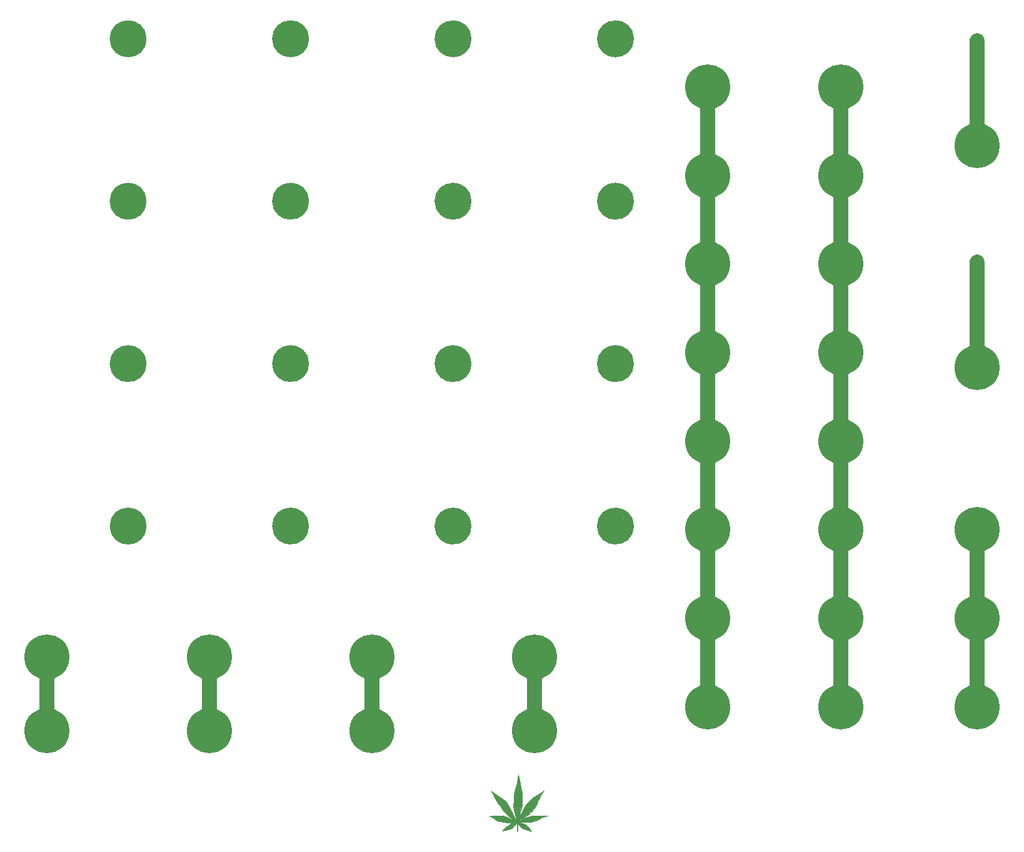
<source format=gbr>
G04 #@! TF.GenerationSoftware,KiCad,Pcbnew,(5.1.5-0)*
G04 #@! TF.CreationDate,2021-01-20T17:00:23-08:00*
G04 #@! TF.ProjectId,bindubba,62696e64-7562-4626-912e-6b696361645f,rev?*
G04 #@! TF.SameCoordinates,Original*
G04 #@! TF.FileFunction,Copper,L1,Top*
G04 #@! TF.FilePolarity,Positive*
%FSLAX46Y46*%
G04 Gerber Fmt 4.6, Leading zero omitted, Abs format (unit mm)*
G04 Created by KiCad (PCBNEW (5.1.5-0)) date 2021-01-20 17:00:23*
%MOMM*%
%LPD*%
G04 APERTURE LIST*
%ADD10C,2.000000*%
%ADD11C,1.000000*%
%ADD12C,0.100000*%
%ADD13C,6.100000*%
%ADD14C,3.100000*%
G04 APERTURE END LIST*
D10*
X7250000Y-102000000D02*
X7250000Y-112250000D01*
X29250000Y-102000000D02*
X29250000Y-112250000D01*
X51250000Y-102250000D02*
X51250000Y-112500000D01*
X73250000Y-102250000D02*
X73250000Y-112500000D01*
X133250000Y-84000000D02*
X133250000Y-109750000D01*
X133250000Y-48750000D02*
X133250000Y-63250000D01*
X133250000Y-18750000D02*
X133250000Y-33250000D01*
X114750000Y-24750000D02*
X114750000Y-108750000D01*
X96750000Y-25000000D02*
X96750000Y-109000000D01*
D11*
X64250000Y-84500000D02*
G75*
G03X64250000Y-84500000I-2000000J0D01*
G01*
X86250000Y-84500000D02*
G75*
G03X86250000Y-84500000I-2000000J0D01*
G01*
X20250000Y-84500000D02*
G75*
G03X20250000Y-84500000I-2000000J0D01*
G01*
X42250000Y-84500000D02*
G75*
G03X42250000Y-84500000I-2000000J0D01*
G01*
X64250000Y-62500000D02*
G75*
G03X64250000Y-62500000I-2000000J0D01*
G01*
X86250000Y-62500000D02*
G75*
G03X86250000Y-62500000I-2000000J0D01*
G01*
X20250000Y-62500000D02*
G75*
G03X20250000Y-62500000I-2000000J0D01*
G01*
X42250000Y-62500000D02*
G75*
G03X42250000Y-62500000I-2000000J0D01*
G01*
X86250000Y-40500000D02*
G75*
G03X86250000Y-40500000I-2000000J0D01*
G01*
X64250000Y-40500000D02*
G75*
G03X64250000Y-40500000I-2000000J0D01*
G01*
X42250000Y-40500000D02*
G75*
G03X42250000Y-40500000I-2000000J0D01*
G01*
X20250000Y-40500000D02*
G75*
G03X20250000Y-40500000I-2000000J0D01*
G01*
X86250000Y-18500000D02*
G75*
G03X86250000Y-18500000I-2000000J0D01*
G01*
X64250000Y-18500000D02*
G75*
G03X64250000Y-18500000I-2000000J0D01*
G01*
X42250000Y-18500000D02*
G75*
G03X42250000Y-18500000I-2000000J0D01*
G01*
X20250000Y-18500000D02*
G75*
G03X20250000Y-18500000I-2000000J0D01*
G01*
D12*
G36*
X67596400Y-120524900D02*
G01*
X67913900Y-120766200D01*
X68479050Y-121083700D01*
X69075950Y-121515500D01*
X69450600Y-121896500D01*
X69850650Y-122461650D01*
X70447550Y-123642750D01*
X70746000Y-124207900D01*
X70758700Y-124220600D01*
X70428500Y-124246000D01*
X70326900Y-124195200D01*
X69971300Y-123947550D01*
X69564900Y-123579250D01*
X69234700Y-123230000D01*
X68879100Y-122798200D01*
X68599700Y-122379100D01*
X68409200Y-122125100D01*
X68155200Y-121667900D01*
X67901200Y-121299600D01*
X67659900Y-120880500D01*
X67380500Y-120321700D01*
X67596400Y-120524900D01*
G37*
X67596400Y-120524900D02*
X67913900Y-120766200D01*
X68479050Y-121083700D01*
X69075950Y-121515500D01*
X69450600Y-121896500D01*
X69850650Y-122461650D01*
X70447550Y-123642750D01*
X70746000Y-124207900D01*
X70758700Y-124220600D01*
X70428500Y-124246000D01*
X70326900Y-124195200D01*
X69971300Y-123947550D01*
X69564900Y-123579250D01*
X69234700Y-123230000D01*
X68879100Y-122798200D01*
X68599700Y-122379100D01*
X68409200Y-122125100D01*
X68155200Y-121667900D01*
X67901200Y-121299600D01*
X67659900Y-120880500D01*
X67380500Y-120321700D01*
X67596400Y-120524900D01*
G36*
X69002925Y-123703075D02*
G01*
X69339475Y-123798325D01*
X69603000Y-123890400D01*
X70301500Y-124296800D01*
X70331980Y-124324740D01*
X70339600Y-124309500D01*
X70339600Y-124322200D01*
X70331980Y-124324740D01*
X70250700Y-124487300D01*
X70644400Y-124627000D01*
X70434850Y-124652400D01*
X70041150Y-124677800D01*
X69564900Y-124677800D01*
X69120400Y-124614300D01*
X68637800Y-124500000D01*
X68244100Y-124385700D01*
X67837700Y-124157100D01*
X67520200Y-123928500D01*
X67113800Y-123801500D01*
X67761500Y-123750700D01*
X68294900Y-123712600D01*
X68758450Y-123706250D01*
X69002925Y-123703075D01*
G37*
X69002925Y-123703075D02*
X69339475Y-123798325D01*
X69603000Y-123890400D01*
X70301500Y-124296800D01*
X70331980Y-124324740D01*
X70339600Y-124309500D01*
X70339600Y-124322200D01*
X70331980Y-124324740D01*
X70250700Y-124487300D01*
X70644400Y-124627000D01*
X70434850Y-124652400D01*
X70041150Y-124677800D01*
X69564900Y-124677800D01*
X69120400Y-124614300D01*
X68637800Y-124500000D01*
X68244100Y-124385700D01*
X67837700Y-124157100D01*
X67520200Y-123928500D01*
X67113800Y-123801500D01*
X67761500Y-123750700D01*
X68294900Y-123712600D01*
X68758450Y-123706250D01*
X69002925Y-123703075D01*
G36*
X70866650Y-124766700D02*
G01*
X70498350Y-125198500D01*
X70060200Y-125471550D01*
X69679200Y-125611250D01*
X68929900Y-125776350D01*
X69412500Y-125249300D01*
X69806200Y-124982600D01*
X70174500Y-124779400D01*
X70644400Y-124703200D01*
X70669800Y-124703200D01*
X70866650Y-124766700D01*
G37*
X70866650Y-124766700D02*
X70498350Y-125198500D01*
X70060200Y-125471550D01*
X69679200Y-125611250D01*
X68929900Y-125776350D01*
X69412500Y-125249300D01*
X69806200Y-124982600D01*
X70174500Y-124779400D01*
X70644400Y-124703200D01*
X70669800Y-124703200D01*
X70866650Y-124766700D01*
G36*
X71000000Y-124284100D02*
G01*
X70788862Y-124477775D01*
X71007937Y-124573025D01*
X71758825Y-125115950D01*
X71577850Y-125211200D01*
X71000000Y-124754000D01*
X71012700Y-125846200D01*
X70898400Y-125706500D01*
X70892050Y-124817500D01*
X70936500Y-124817500D01*
X70555500Y-124601600D01*
X70269750Y-124449200D01*
X70434850Y-124169800D01*
X71000000Y-124284100D01*
G37*
X71000000Y-124284100D02*
X70788862Y-124477775D01*
X71007937Y-124573025D01*
X71758825Y-125115950D01*
X71577850Y-125211200D01*
X71000000Y-124754000D01*
X71012700Y-125846200D01*
X70898400Y-125706500D01*
X70892050Y-124817500D01*
X70936500Y-124817500D01*
X70555500Y-124601600D01*
X70269750Y-124449200D01*
X70434850Y-124169800D01*
X71000000Y-124284100D01*
G36*
X71641350Y-124741300D02*
G01*
X72193800Y-125020700D01*
X72520825Y-125347725D01*
X72655763Y-125577913D01*
X72887538Y-125847788D01*
X72581150Y-125763650D01*
X72327150Y-125687450D01*
X72149350Y-125623950D01*
X71774700Y-125490600D01*
X71415925Y-125296925D01*
X71155575Y-125011175D01*
X71031750Y-124849250D01*
X71095250Y-124887350D01*
X71069850Y-124823850D01*
X71133350Y-124652400D01*
X71641350Y-124741300D01*
G37*
X71641350Y-124741300D02*
X72193800Y-125020700D01*
X72520825Y-125347725D01*
X72655763Y-125577913D01*
X72887538Y-125847788D01*
X72581150Y-125763650D01*
X72327150Y-125687450D01*
X72149350Y-125623950D01*
X71774700Y-125490600D01*
X71415925Y-125296925D01*
X71155575Y-125011175D01*
X71031750Y-124849250D01*
X71095250Y-124887350D01*
X71069850Y-124823850D01*
X71133350Y-124652400D01*
X71641350Y-124741300D01*
G36*
X74073400Y-123738000D02*
G01*
X74505200Y-123763400D01*
X75083207Y-123773943D01*
X74403600Y-123928500D01*
X73971800Y-124119000D01*
X73628900Y-124334900D01*
X73209800Y-124500000D01*
X72676400Y-124588900D01*
X72231900Y-124614300D01*
X71654050Y-124595250D01*
X71076200Y-124576200D01*
X71012700Y-124500000D01*
X71228600Y-124436500D01*
X71235585Y-124385700D01*
X71551815Y-124258700D01*
X72085850Y-124030100D01*
X72638300Y-123826900D01*
X73032000Y-123712600D01*
X73476500Y-123712600D01*
X74073400Y-123738000D01*
G37*
X74073400Y-123738000D02*
X74505200Y-123763400D01*
X75083207Y-123773943D01*
X74403600Y-123928500D01*
X73971800Y-124119000D01*
X73628900Y-124334900D01*
X73209800Y-124500000D01*
X72676400Y-124588900D01*
X72231900Y-124614300D01*
X71654050Y-124595250D01*
X71076200Y-124576200D01*
X71012700Y-124500000D01*
X71228600Y-124436500D01*
X71235585Y-124385700D01*
X71551815Y-124258700D01*
X72085850Y-124030100D01*
X72638300Y-123826900D01*
X73032000Y-123712600D01*
X73476500Y-123712600D01*
X74073400Y-123738000D01*
G36*
X74060700Y-121083700D02*
G01*
X73819400Y-121579000D01*
X73616200Y-122036200D01*
X73355850Y-122556900D01*
X73082800Y-122912500D01*
X72771650Y-123325250D01*
X72301750Y-123718950D01*
X71800100Y-124055500D01*
X70695200Y-124652400D01*
X70720600Y-124322200D01*
X71025400Y-124271400D01*
X71273050Y-123833250D01*
X71488950Y-123369700D01*
X71654050Y-123039500D01*
X71838200Y-122747400D01*
X72003300Y-122429900D01*
X72282700Y-122074300D01*
X72562100Y-121756800D01*
X72892300Y-121464700D01*
X73235200Y-121236100D01*
X73616200Y-120982100D01*
X74009900Y-120715400D01*
X74543300Y-120321700D01*
X74060700Y-121083700D01*
G37*
X74060700Y-121083700D02*
X73819400Y-121579000D01*
X73616200Y-122036200D01*
X73355850Y-122556900D01*
X73082800Y-122912500D01*
X72771650Y-123325250D01*
X72301750Y-123718950D01*
X71800100Y-124055500D01*
X70695200Y-124652400D01*
X70720600Y-124322200D01*
X71025400Y-124271400D01*
X71273050Y-123833250D01*
X71488950Y-123369700D01*
X71654050Y-123039500D01*
X71838200Y-122747400D01*
X72003300Y-122429900D01*
X72282700Y-122074300D01*
X72562100Y-121756800D01*
X72892300Y-121464700D01*
X73235200Y-121236100D01*
X73616200Y-120982100D01*
X74009900Y-120715400D01*
X74543300Y-120321700D01*
X74060700Y-121083700D01*
G36*
X71215900Y-118950100D02*
G01*
X71317500Y-119432700D01*
X71431800Y-119889900D01*
X71514350Y-120220100D01*
X71577850Y-120601100D01*
X71622300Y-121121800D01*
X71622300Y-121655200D01*
X71571500Y-122239400D01*
X71508000Y-122760100D01*
X71365125Y-123255400D01*
X71066675Y-124271400D01*
X70853950Y-124220600D01*
X70619000Y-123306200D01*
X70445962Y-122442600D01*
X70461837Y-121655200D01*
X70514225Y-120994800D01*
X70676150Y-120220100D01*
X70911100Y-119407300D01*
X71038100Y-118632600D01*
X71101600Y-118111900D01*
X71215900Y-118950100D01*
G37*
X71215900Y-118950100D02*
X71317500Y-119432700D01*
X71431800Y-119889900D01*
X71514350Y-120220100D01*
X71577850Y-120601100D01*
X71622300Y-121121800D01*
X71622300Y-121655200D01*
X71571500Y-122239400D01*
X71508000Y-122760100D01*
X71365125Y-123255400D01*
X71066675Y-124271400D01*
X70853950Y-124220600D01*
X70619000Y-123306200D01*
X70445962Y-122442600D01*
X70461837Y-121655200D01*
X70514225Y-120994800D01*
X70676150Y-120220100D01*
X70911100Y-119407300D01*
X71038100Y-118632600D01*
X71101600Y-118111900D01*
X71215900Y-118950100D01*
D13*
X133250000Y-109000000D03*
D14*
X18250000Y-84500000D03*
X84250000Y-84500000D03*
X40250000Y-84500000D03*
X62250000Y-84500000D03*
X18250000Y-62500000D03*
X84250000Y-62500000D03*
X40250000Y-62500000D03*
X62250000Y-62500000D03*
X62250000Y-40500000D03*
X84250000Y-40500000D03*
X40250000Y-40500000D03*
X18250000Y-40500000D03*
X84250000Y-18500000D03*
X62250000Y-18500000D03*
X40250000Y-18500000D03*
X18250000Y-18500000D03*
D13*
X133250000Y-85000000D03*
X133250000Y-97000000D03*
X133250000Y-63000000D03*
X133250000Y-33000000D03*
X114750000Y-61000000D03*
X114750000Y-37000000D03*
X114750000Y-49000000D03*
X114750000Y-25000000D03*
X114750000Y-109000000D03*
X114750000Y-73000000D03*
X114750000Y-97000000D03*
X114750000Y-85000000D03*
X96750000Y-109000000D03*
X96750000Y-85000000D03*
X96750000Y-97000000D03*
X96750000Y-73000000D03*
X96750000Y-61000000D03*
X96750000Y-49000000D03*
X96750000Y-37000000D03*
X96750000Y-25000000D03*
X29250000Y-112250000D03*
X51250000Y-112250000D03*
X73250000Y-112250000D03*
X7250000Y-112250000D03*
X73250000Y-102250000D03*
X7250000Y-102250000D03*
X51250000Y-102250000D03*
X29250000Y-102250000D03*
M02*

</source>
